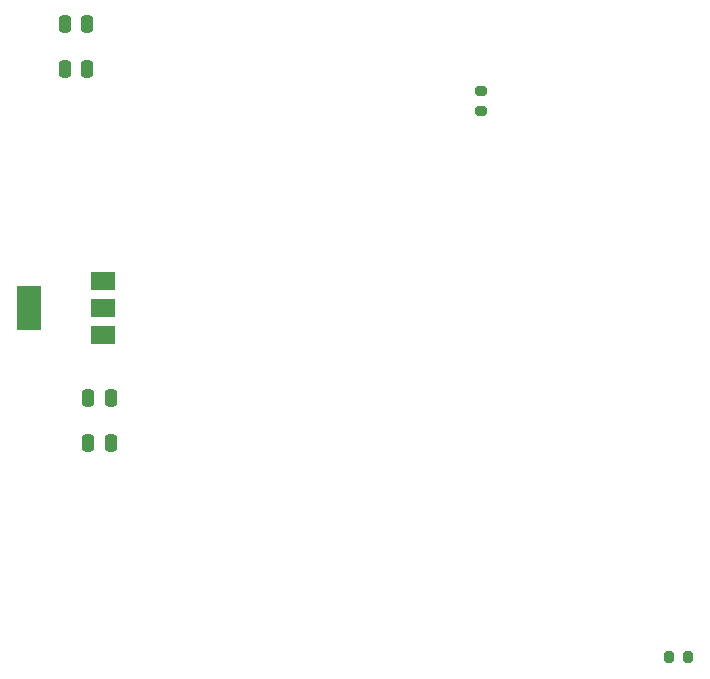
<source format=gbr>
G04 #@! TF.GenerationSoftware,KiCad,Pcbnew,7.0.8*
G04 #@! TF.CreationDate,2024-10-25T10:17:10+09:00*
G04 #@! TF.ProjectId,Juice connector board,4a756963-6520-4636-9f6e-6e6563746f72,rev?*
G04 #@! TF.SameCoordinates,Original*
G04 #@! TF.FileFunction,Paste,Top*
G04 #@! TF.FilePolarity,Positive*
%FSLAX46Y46*%
G04 Gerber Fmt 4.6, Leading zero omitted, Abs format (unit mm)*
G04 Created by KiCad (PCBNEW 7.0.8) date 2024-10-25 10:17:10*
%MOMM*%
%LPD*%
G01*
G04 APERTURE LIST*
G04 Aperture macros list*
%AMRoundRect*
0 Rectangle with rounded corners*
0 $1 Rounding radius*
0 $2 $3 $4 $5 $6 $7 $8 $9 X,Y pos of 4 corners*
0 Add a 4 corners polygon primitive as box body*
4,1,4,$2,$3,$4,$5,$6,$7,$8,$9,$2,$3,0*
0 Add four circle primitives for the rounded corners*
1,1,$1+$1,$2,$3*
1,1,$1+$1,$4,$5*
1,1,$1+$1,$6,$7*
1,1,$1+$1,$8,$9*
0 Add four rect primitives between the rounded corners*
20,1,$1+$1,$2,$3,$4,$5,0*
20,1,$1+$1,$4,$5,$6,$7,0*
20,1,$1+$1,$6,$7,$8,$9,0*
20,1,$1+$1,$8,$9,$2,$3,0*%
G04 Aperture macros list end*
%ADD10RoundRect,0.250000X0.250000X0.475000X-0.250000X0.475000X-0.250000X-0.475000X0.250000X-0.475000X0*%
%ADD11RoundRect,0.200000X-0.275000X0.200000X-0.275000X-0.200000X0.275000X-0.200000X0.275000X0.200000X0*%
%ADD12RoundRect,0.200000X-0.200000X-0.275000X0.200000X-0.275000X0.200000X0.275000X-0.200000X0.275000X0*%
%ADD13R,2.000000X1.500000*%
%ADD14R,2.000000X3.800000*%
G04 APERTURE END LIST*
D10*
X116256000Y-115743000D03*
X114356000Y-115743000D03*
D11*
X147600000Y-86000000D03*
X147600000Y-87650000D03*
D10*
X116261000Y-111933000D03*
X114361000Y-111933000D03*
X114285000Y-80310000D03*
X112385000Y-80310000D03*
D12*
X163500000Y-133904000D03*
X165150000Y-133904000D03*
D13*
X115621000Y-106627000D03*
X115621000Y-104327000D03*
D14*
X109321000Y-104327000D03*
D13*
X115621000Y-102027000D03*
D10*
X114285000Y-84120000D03*
X112385000Y-84120000D03*
M02*

</source>
